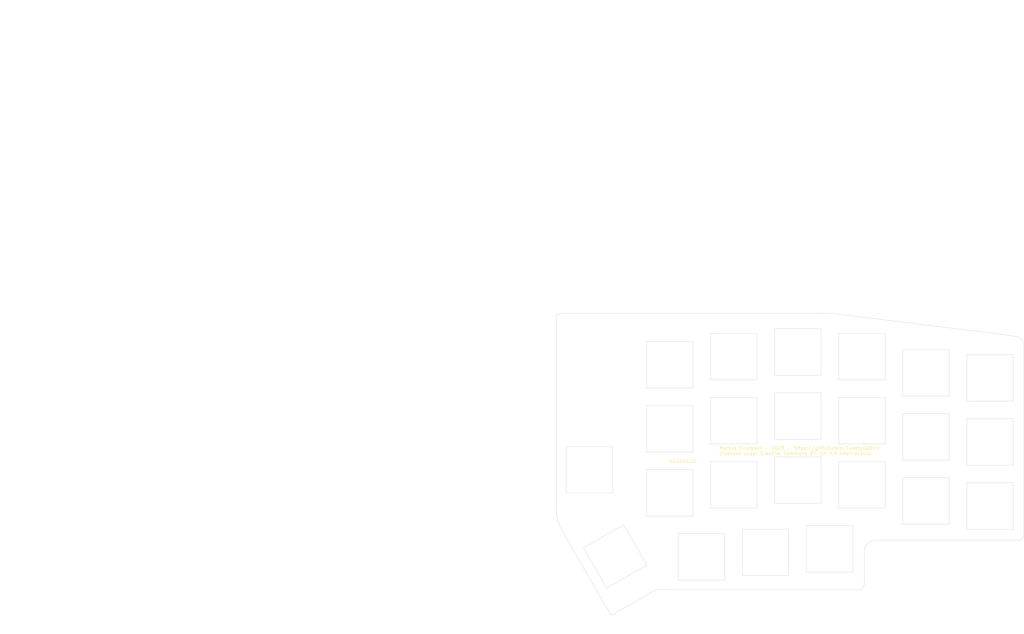
<source format=kicad_pcb>
(kicad_pcb (version 20221018) (generator pcbnew)
  (title_block (title "Lotus 46 unWired Plate") (date "2023-08-28") (rev "v1.00") (company "Markus Knutsson <markus.knutsson@tweety.se>") (comment 1 "https://github.com/TweetyDaBird") (comment 2 "Licensed under Creative Commons BY-SA 4.0 International "))
  (layers (0 "F.Cu" signal) (31 "B.Cu" signal) (34 "B.Paste" user) (35 "F.Paste" user) (36 "B.SilkS" user "B.Silkscreen") (37 "F.SilkS" user "F.Silkscreen") (38 "B.Mask" user) (39 "F.Mask" user) (44 "Edge.Cuts" user))
  (net 0 "")
  (footprint "Keyboard_Plate:SW_MX_Plate_Placeholder_nodrill_NOBORDER" (layer "F.Cu") (at 282.689 59.643)
    (fp_text reference "SW28" hide)
    (fp_text value "Switch" hide)
    (fp_line (start -6.9 -6.9) (end -6.9 6.9) (stroke (width 0.1)) (layer "Edge.Cuts"))
    (fp_line (start -6.9 6.9) (end 6.9 6.9) (stroke (width 0.1)) (layer "Edge.Cuts"))
    (fp_line (start 6.9 -6.9) (end -6.9 -6.9) (stroke (width 0.1)) (layer "Edge.Cuts"))
    (fp_line (start 6.9 6.9) (end 6.9 -6.9) (stroke (width 0.1)) (layer "Edge.Cuts"))
  )
  (footprint "Keyboard_Plate:SW_MX_Plate_Placeholder_nodrill_NOBORDER" (layer "F.Cu") (at 273.0867 119.2113)
    (fp_text reference "SW47" hide)
    (fp_text value "Switch" hide)
    (fp_line (start -6.9 -6.9) (end -6.9 6.9) (stroke (width 0.1)) (layer "Edge.Cuts"))
    (fp_line (start -6.9 6.9) (end 6.9 6.9) (stroke (width 0.1)) (layer "Edge.Cuts"))
    (fp_line (start 6.9 -6.9) (end -6.9 -6.9) (stroke (width 0.1)) (layer "Edge.Cuts"))
    (fp_line (start 6.9 6.9) (end 6.9 -6.9) (stroke (width 0.1)) (layer "Edge.Cuts"))
  )
  (footprint "Keyboard_Plate:SW_MX_Plate_Placeholder_nodrill_NOBORDER" (layer "F.Cu") (at 320.789 65.833)
    (fp_text reference "SW30" hide)
    (fp_text value "Switch" hide)
    (fp_line (start -6.9 -6.9) (end -6.9 6.9) (stroke (width 0.1)) (layer "Edge.Cuts"))
    (fp_line (start -6.9 6.9) (end 6.9 6.9) (stroke (width 0.1)) (layer "Edge.Cuts"))
    (fp_line (start 6.9 -6.9) (end -6.9 -6.9) (stroke (width 0.1)) (layer "Edge.Cuts"))
    (fp_line (start 6.9 6.9) (end 6.9 -6.9) (stroke (width 0.1)) (layer "Edge.Cuts"))
  )
  (footprint "Keyboard_Plate:SW_MX_Plate_Placeholder_nodrill_NOBORDER" (layer "F.Cu") (at 263.639 99.133)
    (fp_text reference "SW39" hide)
    (fp_text value "Switch" hide)
    (fp_line (start -6.9 -6.9) (end -6.9 6.9) (stroke (width 0.1)) (layer "Edge.Cuts"))
    (fp_line (start -6.9 6.9) (end 6.9 6.9) (stroke (width 0.1)) (layer "Edge.Cuts"))
    (fp_line (start 6.9 -6.9) (end -6.9 -6.9) (stroke (width 0.1)) (layer "Edge.Cuts"))
    (fp_line (start 6.9 6.9) (end 6.9 -6.9) (stroke (width 0.1)) (layer "Edge.Cuts"))
  )
  (footprint "Keyboard_Plate:SW_MX_Plate_Placeholder_nodrill_NOBORDER" (layer "F.Cu") (at 282.689 78.693)
    (fp_text reference "SW34" hide)
    (fp_text value "Switch" hide)
    (fp_line (start -6.9 -6.9) (end -6.9 6.9) (stroke (width 0.1)) (layer "Edge.Cuts"))
    (fp_line (start -6.9 6.9) (end 6.9 6.9) (stroke (width 0.1)) (layer "Edge.Cuts"))
    (fp_line (start 6.9 -6.9) (end -6.9 -6.9) (stroke (width 0.1)) (layer "Edge.Cuts"))
    (fp_line (start 6.9 6.9) (end 6.9 -6.9) (stroke (width 0.1)) (layer "Edge.Cuts"))
  )
  (footprint "Keyboard_Plate:SW_MX_Plate_Placeholder_nodrill_NOBORDER" (layer "F.Cu") (at 263.639 80.083)
    (fp_text reference "SW33" hide)
    (fp_text value "Switch" hide)
    (fp_line (start -6.9 -6.9) (end -6.9 6.9) (stroke (width 0.1)) (layer "Edge.Cuts"))
    (fp_line (start -6.9 6.9) (end 6.9 6.9) (stroke (width 0.1)) (layer "Edge.Cuts"))
    (fp_line (start 6.9 -6.9) (end -6.9 -6.9) (stroke (width 0.1)) (layer "Edge.Cuts"))
    (fp_line (start 6.9 6.9) (end 6.9 -6.9) (stroke (width 0.1)) (layer "Edge.Cuts"))
  )
  (footprint "Keyboard_Plate:SW_MX_Plate_Placeholder_nodrill_NOBORDER" (layer "F.Cu") (at 228.36 120.4305 -60)
    (fp_text reference "SW45" hide)
    (fp_text value "Switch" hide)
    (fp_line (start -6.9 -6.9) (end -6.9 6.9) (stroke (width 0.1)) (layer "Edge.Cuts"))
    (fp_line (start -6.9 6.9) (end 6.9 6.9) (stroke (width 0.1)) (layer "Edge.Cuts"))
    (fp_line (start 6.9 -6.9) (end -6.9 -6.9) (stroke (width 0.1)) (layer "Edge.Cuts"))
    (fp_line (start 6.9 6.9) (end 6.9 -6.9) (stroke (width 0.1)) (layer "Edge.Cuts"))
  )
  (footprint "Keyboard_Plate:SW_MX_Plate_Placeholder_nodrill_NOBORDER" (layer "F.Cu") (at 244.589 101.533)
    (fp_text reference "SW38" hide)
    (fp_text value "Switch" hide)
    (fp_line (start -6.9 -6.9) (end -6.9 6.9) (stroke (width 0.1)) (layer "Edge.Cuts"))
    (fp_line (start -6.9 6.9) (end 6.9 6.9) (stroke (width 0.1)) (layer "Edge.Cuts"))
    (fp_line (start 6.9 -6.9) (end -6.9 -6.9) (stroke (width 0.1)) (layer "Edge.Cuts"))
    (fp_line (start 6.9 6.9) (end 6.9 -6.9) (stroke (width 0.1)) (layer "Edge.Cuts"))
  )
  (footprint "Keyboard_Plate:Spacer Plate hole" (layer "F.Cu") (at 229.0839 108.4925 90)
    (fp_text reference "TH7" hide)
    (fp_text value "HOLE" hide)
    (pad "" np_thru_hole circle (at 0 0 90) (size 2.5 2.5) (drill 2.5) (layers "*.Cu" "*.Mask"))
  )
  (footprint "Keyboard_Plate:SW_MX_Plate_Placeholder_nodrill_NOBORDER" (layer "F.Cu") (at 320.789 84.883)
    (fp_text reference "SW36" hide)
    (fp_text value "Switch" hide)
    (fp_line (start -6.9 -6.9) (end -6.9 6.9) (stroke (width 0.1)) (layer "Edge.Cuts"))
    (fp_line (start -6.9 6.9) (end 6.9 6.9) (stroke (width 0.1)) (layer "Edge.Cuts"))
    (fp_line (start 6.9 -6.9) (end -6.9 -6.9) (stroke (width 0.1)) (layer "Edge.Cuts"))
    (fp_line (start 6.9 6.9) (end 6.9 -6.9) (stroke (width 0.1)) (layer "Edge.Cuts"))
  )
  (footprint "Keyboard_Plate:Spacer Plate hole" (layer "F.Cu") (at 329.889 94.383)
    (fp_text reference "TH8" hide)
    (fp_text value "HOLE" hide)
    (pad "" np_thru_hole circle (at 0 0) (size 2.5 2.5) (drill 2.5) (layers "*.Cu" "*.Mask"))
  )
  (footprint "Keyboard_Plate:SW_MX_Plate_Placeholder_nodrill_NOBORDER" (layer "F.Cu") (at 339.839 86.383)
    (fp_text reference "SW37" hide)
    (fp_text value "Switch" hide)
    (fp_line (start -6.9 -6.9) (end -6.9 6.9) (stroke (width 0.1)) (layer "Edge.Cuts"))
    (fp_line (start -6.9 6.9) (end 6.9 6.9) (stroke (width 0.1)) (layer "Edge.Cuts"))
    (fp_line (start 6.9 -6.9) (end -6.9 -6.9) (stroke (width 0.1)) (layer "Edge.Cuts"))
    (fp_line (start 6.9 6.9) (end 6.9 -6.9) (stroke (width 0.1)) (layer "Edge.Cuts"))
  )
  (footprint "Keyboard_Plate:Spacer Plate hole" (layer "F.Cu") (at 254.51438 70.84208)
    (fp_text reference "TH5" hide)
    (fp_text value "HOLE" hide)
    (pad "" np_thru_hole circle (at 0 0) (size 2.5 2.5) (drill 2.5) (layers "*.Cu" "*.Mask"))
  )
  (footprint "Keyboard_Plate:SW_MX_Plate_Placeholder_nodrill_NOBORDER" (layer "F.Cu") (at 301.739 99.133)
    (fp_text reference "SW41" hide)
    (fp_text value "Switch" hide)
    (fp_line (start -6.9 -6.9) (end -6.9 6.9) (stroke (width 0.1)) (layer "Edge.Cuts"))
    (fp_line (start -6.9 6.9) (end 6.9 6.9) (stroke (width 0.1)) (layer "Edge.Cuts"))
    (fp_line (start 6.9 -6.9) (end -6.9 -6.9) (stroke (width 0.1)) (layer "Edge.Cuts"))
    (fp_line (start 6.9 6.9) (end 6.9 -6.9) (stroke (width 0.1)) (layer "Edge.Cuts"))
  )
  (footprint "Keyboard_Plate:SW_MX_Plate_Placeholder_nodrill_NOBORDER" (layer "F.Cu") (at 339.839 67.333)
    (fp_text reference "SW31" hide)
    (fp_text value "Switch" hide)
    (fp_line (start -6.9 -6.9) (end -6.9 6.9) (stroke (width 0.1)) (layer "Edge.Cuts"))
    (fp_line (start -6.9 6.9) (end 6.9 6.9) (stroke (width 0.1)) (layer "Edge.Cuts"))
    (fp_line (start 6.9 -6.9) (end -6.9 -6.9) (stroke (width 0.1)) (layer "Edge.Cuts"))
    (fp_line (start 6.9 6.9) (end 6.9 -6.9) (stroke (width 0.1)) (layer "Edge.Cuts"))
  )
  (footprint "Keyboard_Plate:SW_MX_Plate_Placeholder_nodrill_NOBORDER" (layer "F.Cu") (at 244.589 63.433)
    (fp_text reference "SW26" hide)
    (fp_text value "Switch" hide)
    (fp_line (start -6.9 -6.9) (end -6.9 6.9) (stroke (width 0.1)) (layer "Edge.Cuts"))
    (fp_line (start -6.9 6.9) (end 6.9 6.9) (stroke (width 0.1)) (layer "Edge.Cuts"))
    (fp_line (start 6.9 -6.9) (end -6.9 -6.9) (stroke (width 0.1)) (layer "Edge.Cuts"))
    (fp_line (start 6.9 6.9) (end 6.9 -6.9) (stroke (width 0.1)) (layer "Edge.Cuts"))
  )
  (footprint "Keyboard_Plate:SW_MX_Plate_Placeholder_nodrill_NOBORDER" (layer "F.Cu") (at 301.739 61.033)
    (fp_text reference "SW29" hide)
    (fp_text value "Switch" hide)
    (fp_line (start -6.9 -6.9) (end -6.9 6.9) (stroke (width 0.1)) (layer "Edge.Cuts"))
    (fp_line (start -6.9 6.9) (end 6.9 6.9) (stroke (width 0.1)) (layer "Edge.Cuts"))
    (fp_line (start 6.9 -6.9) (end -6.9 -6.9) (stroke (width 0.1)) (layer "Edge.Cuts"))
    (fp_line (start 6.9 6.9) (end 6.9 -6.9) (stroke (width 0.1)) (layer "Edge.Cuts"))
  )
  (footprint "Keyboard_Plate:SW_MX_Plate_Placeholder_nodrill_NOBORDER" (layer "F.Cu") (at 282.689 97.743)
    (fp_text reference "SW40" hide)
    (fp_text value "Switch" hide)
    (fp_line (start -6.9 -6.9) (end -6.9 6.9) (stroke (width 0.1)) (layer "Edge.Cuts"))
    (fp_line (start -6.9 6.9) (end 6.9 6.9) (stroke (width 0.1)) (layer "Edge.Cuts"))
    (fp_line (start 6.9 -6.9) (end -6.9 -6.9) (stroke (width 0.1)) (layer "Edge.Cuts"))
    (fp_line (start 6.9 6.9) (end 6.9 -6.9) (stroke (width 0.1)) (layer "Edge.Cuts"))
  )
  (footprint "Keyboard_Plate:SW_MX_Plate_Placeholder_nodrill_NOBORDER" (layer "F.Cu") (at 254.039 120.583)
    (fp_text reference "SW46" hide)
    (fp_text value "Switch" hide)
    (fp_line (start -6.9 -6.9) (end -6.9 6.9) (stroke (width 0.1)) (layer "Edge.Cuts"))
    (fp_line (start -6.9 6.9) (end 6.9 6.9) (stroke (width 0.1)) (layer "Edge.Cuts"))
    (fp_line (start 6.9 -6.9) (end -6.9 -6.9) (stroke (width 0.1)) (layer "Edge.Cuts"))
    (fp_line (start 6.9 6.9) (end 6.9 -6.9) (stroke (width 0.1)) (layer "Edge.Cuts"))
  )
  (footprint "Keyboard_Plate:SW_MX_Plate_Placeholder_nodrill_NOBORDER" (layer "F.Cu") (at 339.839 105.433)
    (fp_text reference "SW43" hide)
    (fp_text value "Switch" hide)
    (fp_line (start -6.9 -6.9) (end -6.9 6.9) (stroke (width 0.1)) (layer "Edge.Cuts"))
    (fp_line (start -6.9 6.9) (end 6.9 6.9) (stroke (width 0.1)) (layer "Edge.Cuts"))
    (fp_line (start 6.9 -6.9) (end -6.9 -6.9) (stroke (width 0.1)) (layer "Edge.Cuts"))
    (fp_line (start 6.9 6.9) (end 6.9 -6.9) (stroke (width 0.1)) (layer "Edge.Cuts"))
  )
  (footprint "Keyboard_Plate:Spacer Plate hole" (layer "F.Cu") (at 329.889 75.233)
    (fp_text reference "TH6" hide)
    (fp_text value "HOLE" hide)
    (pad "" np_thru_hole circle (at 0 0) (size 2.5 2.5) (drill 2.5) (layers "*.Cu" "*.Mask"))
  )
  (footprint "Keyboard_Plate:SW_MX_Plate_Placeholder_nodrill_NOBORDER" (layer "F.Cu") (at 320.789 103.933)
    (fp_text reference "SW42" hide)
    (fp_text value "Switch" hide)
    (fp_line (start -6.9 -6.9) (end -6.9 6.9) (stroke (width 0.1)) (layer "Edge.Cuts"))
    (fp_line (start -6.9 6.9) (end 6.9 6.9) (stroke (width 0.1)) (layer "Edge.Cuts"))
    (fp_line (start 6.9 -6.9) (end -6.9 -6.9) (stroke (width 0.1)) (layer "Edge.Cuts"))
    (fp_line (start 6.9 6.9) (end 6.9 -6.9) (stroke (width 0.1)) (layer "Edge.Cuts"))
  )
  (footprint "Keyboard_Plate:SW_MX_Plate_Placeholder_nodrill_NOBORDER" (layer "F.Cu") (at 263.639 61.033)
    (fp_text reference "SW27" hide)
    (fp_text value "Switch" hide)
    (fp_line (start -6.9 -6.9) (end -6.9 6.9) (stroke (width 0.1)) (layer "Edge.Cuts"))
    (fp_line (start -6.9 6.9) (end 6.9 6.9) (stroke (width 0.1)) (layer "Edge.Cuts"))
    (fp_line (start 6.9 -6.9) (end -6.9 -6.9) (stroke (width 0.1)) (layer "Edge.Cuts"))
    (fp_line (start 6.9 6.9) (end 6.9 -6.9) (stroke (width 0.1)) (layer "Edge.Cuts"))
  )
  (footprint "Keyboard_Plate:SW_MX_Plate_Placeholder_nodrill_NOBORDER" (layer "F.Cu") (at 292.139 118.183)
    (fp_text reference "SW48" hide)
    (fp_text value "Switch" hide)
    (fp_line (start -6.9 -6.9) (end -6.9 6.9) (stroke (width 0.1)) (layer "Edge.Cuts"))
    (fp_line (start -6.9 6.9) (end 6.9 6.9) (stroke (width 0.1)) (layer "Edge.Cuts"))
    (fp_line (start 6.9 -6.9) (end -6.9 -6.9) (stroke (width 0.1)) (layer "Edge.Cuts"))
    (fp_line (start 6.9 6.9) (end 6.9 -6.9) (stroke (width 0.1)) (layer "Edge.Cuts"))
  )
  (footprint "Keyboard_Plate:SW_MX_Plate_Placeholder_nodrill_NOBORDER" (layer "F.Cu") (at 244.589 82.483)
    (fp_text reference "SW32" hide)
    (fp_text value "Switch" hide)
    (fp_line (start -6.9 -6.9) (end -6.9 6.9) (stroke (width 0.1)) (layer "Edge.Cuts"))
    (fp_line (start -6.9 6.9) (end 6.9 6.9) (stroke (width 0.1)) (layer "Edge.Cuts"))
    (fp_line (start 6.9 -6.9) (end -6.9 -6.9) (stroke (width 0.1)) (layer "Edge.Cuts"))
    (fp_line (start 6.9 6.9) (end 6.9 -6.9) (stroke (width 0.1)) (layer "Edge.Cuts"))
  )
  (footprint "Keyboard_Plate:SW_MX_Plate_Placeholder_nodrill_NOBORDER" (layer "F.Cu") (at 301.739 80.083)
    (fp_text reference "SW35" hide)
    (fp_text value "Switch" hide)
    (fp_line (start -6.9 -6.9) (end -6.9 6.9) (stroke (width 0.1)) (layer "Edge.Cuts"))
    (fp_line (start -6.9 6.9) (end 6.9 6.9) (stroke (width 0.1)) (layer "Edge.Cuts"))
    (fp_line (start 6.9 -6.9) (end -6.9 -6.9) (stroke (width 0.1)) (layer "Edge.Cuts"))
    (fp_line (start 6.9 6.9) (end 6.9 -6.9) (stroke (width 0.1)) (layer "Edge.Cuts"))
  )
  (footprint "Keyboard_Plate:SW_MX_Plate_Placeholder_nodrill_NOBORDER" (layer "F.Cu") (at 220.6638 94.6683)
    (fp_text reference "SW44" hide)
    (fp_text value "Switch" hide)
    (fp_line (start -6.9 -6.9) (end -6.9 6.9) (stroke (width 0.1)) (layer "Edge.Cuts"))
    (fp_line (start -6.9 6.9) (end 6.9 6.9) (stroke (width 0.1)) (layer "Edge.Cuts"))
    (fp_line (start 6.9 -6.9) (end -6.9 -6.9) (stroke (width 0.1)) (layer "Edge.Cuts"))
    (fp_line (start 6.9 6.9) (end 6.9 -6.9) (stroke (width 0.1)) (layer "Edge.Cuts"))
  )
  (gr_line (start 214.167544 115.512532) (end 222.966025 130.797949) (stroke (width 0.1)) (layer "Edge.Cuts"))
  (gr_line (start 211.6087 110.7785) (end 212.1675 112.0485) (stroke (width 0.1)) (layer "Edge.Cuts"))
  (gr_arc (start 349.89392 114.05256) (mid 349.447553 115.130193) (end 348.36992 115.57656) (stroke (width 0.1)) (layer "Edge.Cuts"))
  (gr_line (start 210.834 83) (end 210.834 79) (stroke (width 0.1)) (layer "Edge.Cuts"))
  (gr_line (start 226.924295 137.605884) (end 227.041328 137.705532) (stroke (width 0.1)) (layer "Edge.Cuts"))
  (gr_line (start 226.818837 137.47115) (end 226.924295 137.605884) (stroke (width 0.1)) (layer "Edge.Cuts"))
  (gr_line (start 332.324 115.576) (end 328.324 115.576) (stroke (width 0.1)) (layer "Edge.Cuts"))
  (gr_line (start 210.834 101) (end 210.834 83) (stroke (width 0.1)) (layer "Edge.Cuts"))
  (gr_line (start 210.834 79) (end 210.834 53.647) (stroke (width 0.1)) (layer "Edge.Cuts"))
  (gr_line (start 302.404 128.37) (end 302.40408 128.763) (stroke (width 0.1)) (layer "Edge.Cuts"))
  (gr_line (start 306.93 115.576) (end 305.908 115.576) (stroke (width 0.1)) (layer "Edge.Cuts"))
  (gr_line (start 227.615864 137.740278) (end 227.783758 137.654756) (stroke (width 0.1)) (layer "Edge.Cuts"))
  (gr_line (start 349.89392 57.2894) (end 349.89392 114.05256) (stroke (width 0.1)) (layer "Edge.Cuts"))
  (gr_line (start 224.966025 134.262051) (end 226.818837 137.47115) (stroke (width 0.1)) (layer "Edge.Cuts"))
  (gr_line (start 211.342 109.7625) (end 211.6087 110.7785) (stroke (width 0.1)) (layer "Edge.Cuts"))
  (gr_line (start 210.834 53.647) (end 210.834 49.647) (stroke (width 0.1)) (layer "Edge.Cuts"))
  (gr_line (start 292.499 48.123) (end 288.499 48.123) (stroke (width 0.1)) (layer "Edge.Cuts"))
  (gr_line (start 227.308252 137.796974) (end 227.457206 137.787468) (stroke (width 0.1)) (layer "Edge.Cuts"))
  (gr_arc (start 302.40408 128.763) (mid 301.957713 129.840633) (end 300.88008 130.287) (stroke (width 0.1)) (layer "Edge.Cuts"))
  (gr_line (start 210.834 105) (end 210.834 101) (stroke (width 0.1)) (layer "Edge.Cuts"))
  (gr_line (start 348.700891 55.39939) (end 347.98452 55.054355) (stroke (width 0.1)) (layer "Edge.Cuts"))
  (gr_line (start 302.404 122.37) (end 302.404 128.37) (stroke (width 0.1)) (layer "Edge.Cuts"))
  (gr_arc (start 210.834 49.647) (mid 211.280369 48.56937) (end 212.358 48.123) (stroke (width 0.1)) (layer "Edge.Cuts"))
  (gr_line (start 288.499 48.123) (end 216.358 48.123) (stroke (width 0.1)) (layer "Edge.Cuts"))
  (gr_line (start 227.457206 137.787468) (end 227.615864 137.740278) (stroke (width 0.1)) (layer "Edge.Cuts"))
  (gr_line (start 344.37 115.577) (end 348.36992 115.57656) (stroke (width 0.1)) (layer "Edge.Cuts"))
  (gr_line (start 328.324 115.576) (end 310.93 115.576) (stroke (width 0.1)) (layer "Edge.Cuts"))
  (gr_line (start 349.32242 55.9432) (end 349.69072 56.5782) (stroke (width 0.1)) (layer "Edge.Cuts"))
  (gr_line (start 224.966025 134.262051) (end 222.966025 130.797949) (stroke (width 0.1)) (layer "Edge.Cuts"))
  (gr_line (start 245.0089 130.288) (end 300.88008 130.287) (stroke (width 0.1)) (layer "Edge.Cuts"))
  (gr_line (start 306.93 115.576) (end 310.93 115.576) (stroke (width 0.1)) (layer "Edge.Cuts"))
  (gr_line (start 214.167544 115.512532) (end 212.1675 112.0485) (stroke (width 0.1)) (layer "Edge.Cuts"))
  (gr_line (start 210.961 107.032) (end 211.088 108.4925) (stroke (width 0.1)) (layer "Edge.Cuts"))
  (gr_line (start 210.834 105) (end 210.8975 106.2065) (stroke (width 0.1)) (layer "Edge.Cuts"))
  (gr_line (start 241.0089 130.288) (end 245.0089 130.288) (stroke (width 0.1)) (layer "Edge.Cuts"))
  (gr_line (start 210.8975 106.2065) (end 210.961 107.032) (stroke (width 0.1)) (layer "Edge.Cuts"))
  (gr_arc (start 302.40478 119.07922) (mid 303.430849 116.602069) (end 305.908 115.576) (stroke (width 0.1)) (layer "Edge.Cuts"))
  (gr_line (start 212.358 48.123) (end 216.358 48.123) (stroke (width 0.1)) (layer "Edge.Cuts"))
  (gr_line (start 349.32242 55.9432) (end 348.700891 55.39939) (stroke (width 0.1)) (layer "Edge.Cuts"))
  (gr_line (start 227.041328 137.705532) (end 227.16947 137.769445) (stroke (width 0.1)) (layer "Edge.Cuts"))
  (gr_line (start 302.40522 119.07922) (end 302.404 122.37) (stroke (width 0.1)) (layer "Edge.Cuts"))
  (gr_line (start 344.023291 54.497922) (end 292.499 48.123) (stroke (width 0.1)) (layer "Edge.Cuts"))
  (gr_line (start 241.0089 130.288) (end 240.50882 130.28824) (stroke (width 0.1)) (layer "Edge.Cuts"))
  (gr_line (start 211.088 108.4925) (end 211.342 109.7625) (stroke (width 0.1)) (layer "Edge.Cuts"))
  (gr_line (start 349.69072 56.5782) (end 349.89392 57.2894) (stroke (width 0.1)) (layer "Edge.Cuts"))
  (gr_line (start 332.324 115.576) (end 344.37 115.577) (stroke (width 0.1)) (layer "Edge.Cuts"))
  (gr_line (start 344.023291 54.497922) (end 347.98452 55.054355) (stroke (width 0.1)) (layer "Edge.Cuts"))
  (gr_line (start 227.16947 137.769445) (end 227.308252 137.796974) (stroke (width 0.1)) (layer "Edge.Cuts"))
  (gr_line (start 227.783758 137.654756) (end 240.50882 130.28824) (stroke (width 0.1)) (layer "Edge.Cuts"))
  (gr_text "JLCJLCJLCJLC" (at 248.39 92.14) (layer "F.SilkS") (effects (font (size 0.8 0.8) (thickness 0.153) bold)))
  (gr_text "Markus Knutsson - 2023 - https://github.com/TweetyDaBird\nLicensed under Creative Commons BY-SA 4.0 International \n" (at 259.25 89) (layer "F.SilkS") (effects (font (size 1 1) (thickness 0.153) bold) (justify left)))
)
</source>
